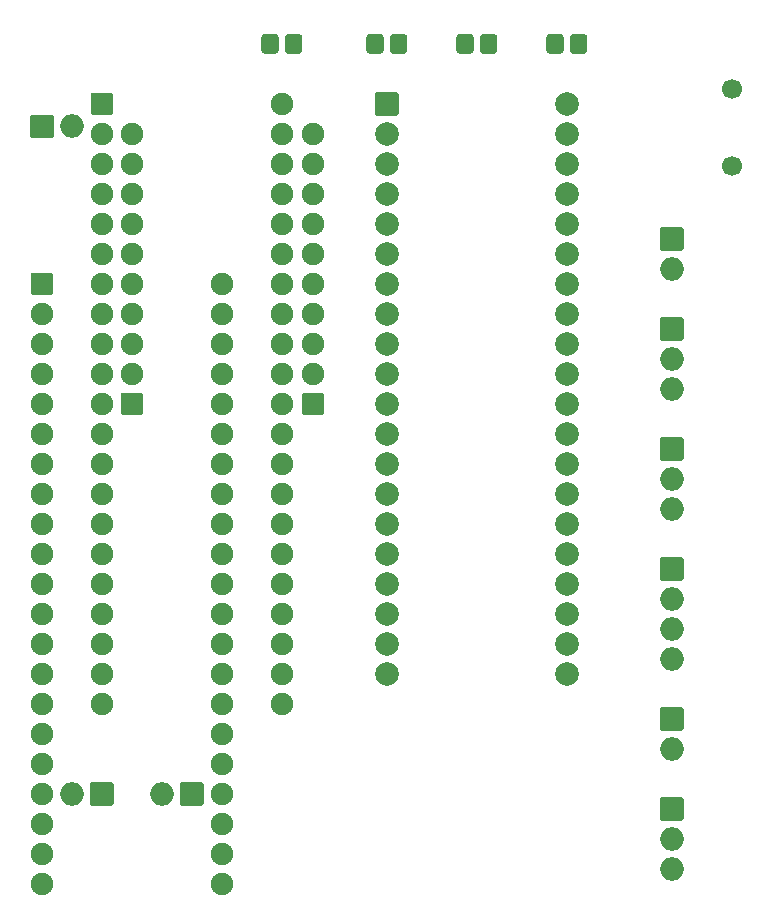
<source format=gbr>
%TF.GenerationSoftware,KiCad,Pcbnew,(5.1.9)-1*%
%TF.CreationDate,2021-05-08T11:56:35+01:00*%
%TF.ProjectId,Blue Pill Kickstart Switcher,426c7565-2050-4696-9c6c-204b69636b73,1*%
%TF.SameCoordinates,Original*%
%TF.FileFunction,Soldermask,Bot*%
%TF.FilePolarity,Negative*%
%FSLAX46Y46*%
G04 Gerber Fmt 4.6, Leading zero omitted, Abs format (unit mm)*
G04 Created by KiCad (PCBNEW (5.1.9)-1) date 2021-05-08 11:56:35*
%MOMM*%
%LPD*%
G01*
G04 APERTURE LIST*
%ADD10O,1.900000X1.900000*%
%ADD11O,2.000000X2.000000*%
%ADD12C,2.000000*%
%ADD13C,1.700000*%
G04 APERTURE END LIST*
%TO.C,R4*%
G36*
G01*
X139450000Y-70582498D02*
X139450000Y-71657502D01*
G75*
G02*
X139137502Y-71970000I-312498J0D01*
G01*
X138262498Y-71970000D01*
G75*
G02*
X137950000Y-71657502I0J312498D01*
G01*
X137950000Y-70582498D01*
G75*
G02*
X138262498Y-70270000I312498J0D01*
G01*
X139137502Y-70270000D01*
G75*
G02*
X139450000Y-70582498I0J-312498D01*
G01*
G37*
G36*
G01*
X141450000Y-70582498D02*
X141450000Y-71657502D01*
G75*
G02*
X141137502Y-71970000I-312498J0D01*
G01*
X140262498Y-71970000D01*
G75*
G02*
X139950000Y-71657502I0J312498D01*
G01*
X139950000Y-70582498D01*
G75*
G02*
X140262498Y-70270000I312498J0D01*
G01*
X141137502Y-70270000D01*
G75*
G02*
X141450000Y-70582498I0J-312498D01*
G01*
G37*
%TD*%
D10*
%TO.C,RN2*%
X142367000Y-78740000D03*
X142367000Y-81280000D03*
X142367000Y-83820000D03*
X142367000Y-86360000D03*
X142367000Y-88900000D03*
X142367000Y-91440000D03*
X142367000Y-93980000D03*
X142367000Y-96520000D03*
X142367000Y-99060000D03*
G36*
G01*
X143167000Y-102550000D02*
X141567000Y-102550000D01*
G75*
G02*
X141417000Y-102400000I0J150000D01*
G01*
X141417000Y-100800000D01*
G75*
G02*
X141567000Y-100650000I150000J0D01*
G01*
X143167000Y-100650000D01*
G75*
G02*
X143317000Y-100800000I0J-150000D01*
G01*
X143317000Y-102400000D01*
G75*
G02*
X143167000Y-102550000I-150000J0D01*
G01*
G37*
%TD*%
%TO.C,RN1*%
G36*
G01*
X127800000Y-102550000D02*
X126200000Y-102550000D01*
G75*
G02*
X126050000Y-102400000I0J150000D01*
G01*
X126050000Y-100800000D01*
G75*
G02*
X126200000Y-100650000I150000J0D01*
G01*
X127800000Y-100650000D01*
G75*
G02*
X127950000Y-100800000I0J-150000D01*
G01*
X127950000Y-102400000D01*
G75*
G02*
X127800000Y-102550000I-150000J0D01*
G01*
G37*
X127000000Y-99060000D03*
X127000000Y-96520000D03*
X127000000Y-93980000D03*
X127000000Y-91440000D03*
X127000000Y-88900000D03*
X127000000Y-86360000D03*
X127000000Y-83820000D03*
X127000000Y-81280000D03*
X127000000Y-78740000D03*
%TD*%
D11*
%TO.C,J9*%
X129540000Y-134620000D03*
G36*
G01*
X131230000Y-133620000D02*
X132930000Y-133620000D01*
G75*
G02*
X133080000Y-133770000I0J-150000D01*
G01*
X133080000Y-135470000D01*
G75*
G02*
X132930000Y-135620000I-150000J0D01*
G01*
X131230000Y-135620000D01*
G75*
G02*
X131080000Y-135470000I0J150000D01*
G01*
X131080000Y-133770000D01*
G75*
G02*
X131230000Y-133620000I150000J0D01*
G01*
G37*
%TD*%
%TO.C,J8*%
X121920000Y-134620000D03*
G36*
G01*
X123610000Y-133620000D02*
X125310000Y-133620000D01*
G75*
G02*
X125460000Y-133770000I0J-150000D01*
G01*
X125460000Y-135470000D01*
G75*
G02*
X125310000Y-135620000I-150000J0D01*
G01*
X123610000Y-135620000D01*
G75*
G02*
X123460000Y-135470000I0J150000D01*
G01*
X123460000Y-133770000D01*
G75*
G02*
X123610000Y-133620000I150000J0D01*
G01*
G37*
%TD*%
%TO.C,R3*%
G36*
G01*
X163580000Y-70582498D02*
X163580000Y-71657502D01*
G75*
G02*
X163267502Y-71970000I-312498J0D01*
G01*
X162392498Y-71970000D01*
G75*
G02*
X162080000Y-71657502I0J312498D01*
G01*
X162080000Y-70582498D01*
G75*
G02*
X162392498Y-70270000I312498J0D01*
G01*
X163267502Y-70270000D01*
G75*
G02*
X163580000Y-70582498I0J-312498D01*
G01*
G37*
G36*
G01*
X165580000Y-70582498D02*
X165580000Y-71657502D01*
G75*
G02*
X165267502Y-71970000I-312498J0D01*
G01*
X164392498Y-71970000D01*
G75*
G02*
X164080000Y-71657502I0J312498D01*
G01*
X164080000Y-70582498D01*
G75*
G02*
X164392498Y-70270000I312498J0D01*
G01*
X165267502Y-70270000D01*
G75*
G02*
X165580000Y-70582498I0J-312498D01*
G01*
G37*
%TD*%
%TO.C,R2*%
G36*
G01*
X155960000Y-70582498D02*
X155960000Y-71657502D01*
G75*
G02*
X155647502Y-71970000I-312498J0D01*
G01*
X154772498Y-71970000D01*
G75*
G02*
X154460000Y-71657502I0J312498D01*
G01*
X154460000Y-70582498D01*
G75*
G02*
X154772498Y-70270000I312498J0D01*
G01*
X155647502Y-70270000D01*
G75*
G02*
X155960000Y-70582498I0J-312498D01*
G01*
G37*
G36*
G01*
X157960000Y-70582498D02*
X157960000Y-71657502D01*
G75*
G02*
X157647502Y-71970000I-312498J0D01*
G01*
X156772498Y-71970000D01*
G75*
G02*
X156460000Y-71657502I0J312498D01*
G01*
X156460000Y-70582498D01*
G75*
G02*
X156772498Y-70270000I312498J0D01*
G01*
X157647502Y-70270000D01*
G75*
G02*
X157960000Y-70582498I0J-312498D01*
G01*
G37*
%TD*%
%TO.C,R1*%
G36*
G01*
X148340000Y-70582498D02*
X148340000Y-71657502D01*
G75*
G02*
X148027502Y-71970000I-312498J0D01*
G01*
X147152498Y-71970000D01*
G75*
G02*
X146840000Y-71657502I0J312498D01*
G01*
X146840000Y-70582498D01*
G75*
G02*
X147152498Y-70270000I312498J0D01*
G01*
X148027502Y-70270000D01*
G75*
G02*
X148340000Y-70582498I0J-312498D01*
G01*
G37*
G36*
G01*
X150340000Y-70582498D02*
X150340000Y-71657502D01*
G75*
G02*
X150027502Y-71970000I-312498J0D01*
G01*
X149152498Y-71970000D01*
G75*
G02*
X148840000Y-71657502I0J312498D01*
G01*
X148840000Y-70582498D01*
G75*
G02*
X149152498Y-70270000I312498J0D01*
G01*
X150027502Y-70270000D01*
G75*
G02*
X150340000Y-70582498I0J-312498D01*
G01*
G37*
%TD*%
%TO.C,J6*%
X121920000Y-78105000D03*
G36*
G01*
X120230000Y-79105000D02*
X118530000Y-79105000D01*
G75*
G02*
X118380000Y-78955000I0J150000D01*
G01*
X118380000Y-77255000D01*
G75*
G02*
X118530000Y-77105000I150000J0D01*
G01*
X120230000Y-77105000D01*
G75*
G02*
X120380000Y-77255000I0J-150000D01*
G01*
X120380000Y-78955000D01*
G75*
G02*
X120230000Y-79105000I-150000J0D01*
G01*
G37*
%TD*%
D12*
%TO.C,U3*%
X163830000Y-76200000D03*
G36*
G01*
X147590000Y-77050000D02*
X147590000Y-75350000D01*
G75*
G02*
X147740000Y-75200000I150000J0D01*
G01*
X149440000Y-75200000D01*
G75*
G02*
X149590000Y-75350000I0J-150000D01*
G01*
X149590000Y-77050000D01*
G75*
G02*
X149440000Y-77200000I-150000J0D01*
G01*
X147740000Y-77200000D01*
G75*
G02*
X147590000Y-77050000I0J150000D01*
G01*
G37*
X163830000Y-78740000D03*
X148590000Y-78740000D03*
X163830000Y-81280000D03*
X148590000Y-81280000D03*
X163830000Y-83820000D03*
X148590000Y-83820000D03*
X163830000Y-86360000D03*
X148590000Y-86360000D03*
X163830000Y-88900000D03*
X148590000Y-88900000D03*
X163830000Y-91440000D03*
X148590000Y-91440000D03*
X163830000Y-93980000D03*
X148590000Y-93980000D03*
X163830000Y-96520000D03*
X148590000Y-96520000D03*
X163830000Y-99060000D03*
X148590000Y-99060000D03*
X163830000Y-101600000D03*
X148590000Y-101600000D03*
X163830000Y-104140000D03*
X148590000Y-104140000D03*
X163830000Y-106680000D03*
X148590000Y-106680000D03*
X163830000Y-109220000D03*
X148590000Y-109220000D03*
X163830000Y-111760000D03*
X148590000Y-111760000D03*
X163830000Y-114300000D03*
X148590000Y-114300000D03*
X163830000Y-116840000D03*
X148590000Y-116840000D03*
X163830000Y-119380000D03*
X148590000Y-119380000D03*
X163830000Y-121920000D03*
X148590000Y-121920000D03*
X163830000Y-124460000D03*
X148590000Y-124460000D03*
%TD*%
D11*
%TO.C,J7*%
X172720000Y-130810000D03*
G36*
G01*
X171720000Y-129120000D02*
X171720000Y-127420000D01*
G75*
G02*
X171870000Y-127270000I150000J0D01*
G01*
X173570000Y-127270000D01*
G75*
G02*
X173720000Y-127420000I0J-150000D01*
G01*
X173720000Y-129120000D01*
G75*
G02*
X173570000Y-129270000I-150000J0D01*
G01*
X171870000Y-129270000D01*
G75*
G02*
X171720000Y-129120000I0J150000D01*
G01*
G37*
%TD*%
%TO.C,J5*%
X172720000Y-140970000D03*
X172720000Y-138430000D03*
G36*
G01*
X171720000Y-136740000D02*
X171720000Y-135040000D01*
G75*
G02*
X171870000Y-134890000I150000J0D01*
G01*
X173570000Y-134890000D01*
G75*
G02*
X173720000Y-135040000I0J-150000D01*
G01*
X173720000Y-136740000D01*
G75*
G02*
X173570000Y-136890000I-150000J0D01*
G01*
X171870000Y-136890000D01*
G75*
G02*
X171720000Y-136740000I0J150000D01*
G01*
G37*
%TD*%
%TO.C,J4*%
X172720000Y-123190000D03*
X172720000Y-120650000D03*
X172720000Y-118110000D03*
G36*
G01*
X171720000Y-116420000D02*
X171720000Y-114720000D01*
G75*
G02*
X171870000Y-114570000I150000J0D01*
G01*
X173570000Y-114570000D01*
G75*
G02*
X173720000Y-114720000I0J-150000D01*
G01*
X173720000Y-116420000D01*
G75*
G02*
X173570000Y-116570000I-150000J0D01*
G01*
X171870000Y-116570000D01*
G75*
G02*
X171720000Y-116420000I0J150000D01*
G01*
G37*
%TD*%
%TO.C,J3*%
X172720000Y-110490000D03*
X172720000Y-107950000D03*
G36*
G01*
X171720000Y-106260000D02*
X171720000Y-104560000D01*
G75*
G02*
X171870000Y-104410000I150000J0D01*
G01*
X173570000Y-104410000D01*
G75*
G02*
X173720000Y-104560000I0J-150000D01*
G01*
X173720000Y-106260000D01*
G75*
G02*
X173570000Y-106410000I-150000J0D01*
G01*
X171870000Y-106410000D01*
G75*
G02*
X171720000Y-106260000I0J150000D01*
G01*
G37*
%TD*%
%TO.C,J2*%
X172720000Y-100330000D03*
X172720000Y-97790000D03*
G36*
G01*
X171720000Y-96100000D02*
X171720000Y-94400000D01*
G75*
G02*
X171870000Y-94250000I150000J0D01*
G01*
X173570000Y-94250000D01*
G75*
G02*
X173720000Y-94400000I0J-150000D01*
G01*
X173720000Y-96100000D01*
G75*
G02*
X173570000Y-96250000I-150000J0D01*
G01*
X171870000Y-96250000D01*
G75*
G02*
X171720000Y-96100000I0J150000D01*
G01*
G37*
%TD*%
%TO.C,J1*%
X172720000Y-90170000D03*
G36*
G01*
X171720000Y-88480000D02*
X171720000Y-86780000D01*
G75*
G02*
X171870000Y-86630000I150000J0D01*
G01*
X173570000Y-86630000D01*
G75*
G02*
X173720000Y-86780000I0J-150000D01*
G01*
X173720000Y-88480000D01*
G75*
G02*
X173570000Y-88630000I-150000J0D01*
G01*
X171870000Y-88630000D01*
G75*
G02*
X171720000Y-88480000I0J150000D01*
G01*
G37*
%TD*%
D13*
%TO.C,B1*%
X177800000Y-81430000D03*
X177800000Y-74930000D03*
%TD*%
D10*
%TO.C,U2*%
X139700000Y-76200000D03*
X124460000Y-127000000D03*
X139700000Y-78740000D03*
X124460000Y-124460000D03*
X139700000Y-81280000D03*
X124460000Y-121920000D03*
X139700000Y-83820000D03*
X124460000Y-119380000D03*
X139700000Y-86360000D03*
X124460000Y-116840000D03*
X139700000Y-88900000D03*
X124460000Y-114300000D03*
X139700000Y-91440000D03*
X124460000Y-111760000D03*
X139700000Y-93980000D03*
X124460000Y-109220000D03*
X139700000Y-96520000D03*
X124460000Y-106680000D03*
X139700000Y-99060000D03*
X124460000Y-104140000D03*
X139700000Y-101600000D03*
X124460000Y-101600000D03*
X139700000Y-104140000D03*
X124460000Y-99060000D03*
X139700000Y-106680000D03*
X124460000Y-96520000D03*
X139700000Y-109220000D03*
X124460000Y-93980000D03*
X139700000Y-111760000D03*
X124460000Y-91440000D03*
X139700000Y-114300000D03*
X124460000Y-88900000D03*
X139700000Y-116840000D03*
X124460000Y-86360000D03*
X139700000Y-119380000D03*
X124460000Y-83820000D03*
X139700000Y-121920000D03*
X124460000Y-81280000D03*
X139700000Y-124460000D03*
X124460000Y-78740000D03*
X139700000Y-127000000D03*
G36*
G01*
X123510000Y-77000000D02*
X123510000Y-75400000D01*
G75*
G02*
X123660000Y-75250000I150000J0D01*
G01*
X125260000Y-75250000D01*
G75*
G02*
X125410000Y-75400000I0J-150000D01*
G01*
X125410000Y-77000000D01*
G75*
G02*
X125260000Y-77150000I-150000J0D01*
G01*
X123660000Y-77150000D01*
G75*
G02*
X123510000Y-77000000I0J150000D01*
G01*
G37*
%TD*%
%TO.C,U1*%
X134620000Y-91440000D03*
X119380000Y-142240000D03*
X134620000Y-93980000D03*
X119380000Y-139700000D03*
X134620000Y-96520000D03*
X119380000Y-137160000D03*
X134620000Y-99060000D03*
X119380000Y-134620000D03*
X134620000Y-101600000D03*
X119380000Y-132080000D03*
X134620000Y-104140000D03*
X119380000Y-129540000D03*
X134620000Y-106680000D03*
X119380000Y-127000000D03*
X134620000Y-109220000D03*
X119380000Y-124460000D03*
X134620000Y-111760000D03*
X119380000Y-121920000D03*
X134620000Y-114300000D03*
X119380000Y-119380000D03*
X134620000Y-116840000D03*
X119380000Y-116840000D03*
X134620000Y-119380000D03*
X119380000Y-114300000D03*
X134620000Y-121920000D03*
X119380000Y-111760000D03*
X134620000Y-124460000D03*
X119380000Y-109220000D03*
X134620000Y-127000000D03*
X119380000Y-106680000D03*
X134620000Y-129540000D03*
X119380000Y-104140000D03*
X134620000Y-132080000D03*
X119380000Y-101600000D03*
X134620000Y-134620000D03*
X119380000Y-99060000D03*
X134620000Y-137160000D03*
X119380000Y-96520000D03*
X134620000Y-139700000D03*
X119380000Y-93980000D03*
X134620000Y-142240000D03*
G36*
G01*
X118430000Y-92240000D02*
X118430000Y-90640000D01*
G75*
G02*
X118580000Y-90490000I150000J0D01*
G01*
X120180000Y-90490000D01*
G75*
G02*
X120330000Y-90640000I0J-150000D01*
G01*
X120330000Y-92240000D01*
G75*
G02*
X120180000Y-92390000I-150000J0D01*
G01*
X118580000Y-92390000D01*
G75*
G02*
X118430000Y-92240000I0J150000D01*
G01*
G37*
%TD*%
M02*

</source>
